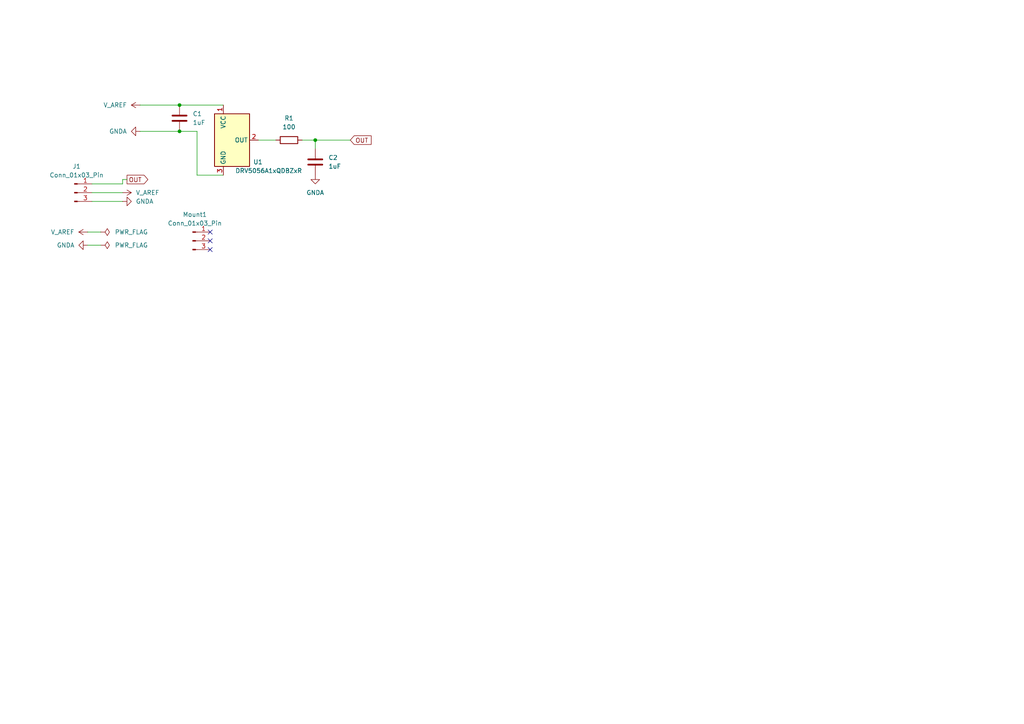
<source format=kicad_sch>
(kicad_sch
	(version 20231120)
	(generator "eeschema")
	(generator_version "8.0")
	(uuid "bc912bb6-7985-407f-bcee-658a2bff2f4b")
	(paper "A4")
	(lib_symbols
		(symbol "Connector:Conn_01x03_Pin"
			(pin_names
				(offset 1.016) hide)
			(exclude_from_sim no)
			(in_bom yes)
			(on_board yes)
			(property "Reference" "J"
				(at 0 5.08 0)
				(effects
					(font
						(size 1.27 1.27)
					)
				)
			)
			(property "Value" "Conn_01x03_Pin"
				(at 0 -5.08 0)
				(effects
					(font
						(size 1.27 1.27)
					)
				)
			)
			(property "Footprint" ""
				(at 0 0 0)
				(effects
					(font
						(size 1.27 1.27)
					)
					(hide yes)
				)
			)
			(property "Datasheet" "~"
				(at 0 0 0)
				(effects
					(font
						(size 1.27 1.27)
					)
					(hide yes)
				)
			)
			(property "Description" "Generic connector, single row, 01x03, script generated"
				(at 0 0 0)
				(effects
					(font
						(size 1.27 1.27)
					)
					(hide yes)
				)
			)
			(property "ki_locked" ""
				(at 0 0 0)
				(effects
					(font
						(size 1.27 1.27)
					)
				)
			)
			(property "ki_keywords" "connector"
				(at 0 0 0)
				(effects
					(font
						(size 1.27 1.27)
					)
					(hide yes)
				)
			)
			(property "ki_fp_filters" "Connector*:*_1x??_*"
				(at 0 0 0)
				(effects
					(font
						(size 1.27 1.27)
					)
					(hide yes)
				)
			)
			(symbol "Conn_01x03_Pin_1_1"
				(polyline
					(pts
						(xy 1.27 -2.54) (xy 0.8636 -2.54)
					)
					(stroke
						(width 0.1524)
						(type default)
					)
					(fill
						(type none)
					)
				)
				(polyline
					(pts
						(xy 1.27 0) (xy 0.8636 0)
					)
					(stroke
						(width 0.1524)
						(type default)
					)
					(fill
						(type none)
					)
				)
				(polyline
					(pts
						(xy 1.27 2.54) (xy 0.8636 2.54)
					)
					(stroke
						(width 0.1524)
						(type default)
					)
					(fill
						(type none)
					)
				)
				(rectangle
					(start 0.8636 -2.413)
					(end 0 -2.667)
					(stroke
						(width 0.1524)
						(type default)
					)
					(fill
						(type outline)
					)
				)
				(rectangle
					(start 0.8636 0.127)
					(end 0 -0.127)
					(stroke
						(width 0.1524)
						(type default)
					)
					(fill
						(type outline)
					)
				)
				(rectangle
					(start 0.8636 2.667)
					(end 0 2.413)
					(stroke
						(width 0.1524)
						(type default)
					)
					(fill
						(type outline)
					)
				)
				(pin passive line
					(at 5.08 2.54 180)
					(length 3.81)
					(name "Pin_1"
						(effects
							(font
								(size 1.27 1.27)
							)
						)
					)
					(number "1"
						(effects
							(font
								(size 1.27 1.27)
							)
						)
					)
				)
				(pin passive line
					(at 5.08 0 180)
					(length 3.81)
					(name "Pin_2"
						(effects
							(font
								(size 1.27 1.27)
							)
						)
					)
					(number "2"
						(effects
							(font
								(size 1.27 1.27)
							)
						)
					)
				)
				(pin passive line
					(at 5.08 -2.54 180)
					(length 3.81)
					(name "Pin_3"
						(effects
							(font
								(size 1.27 1.27)
							)
						)
					)
					(number "3"
						(effects
							(font
								(size 1.27 1.27)
							)
						)
					)
				)
			)
		)
		(symbol "Device:C"
			(pin_numbers hide)
			(pin_names
				(offset 0.254)
			)
			(exclude_from_sim no)
			(in_bom yes)
			(on_board yes)
			(property "Reference" "C"
				(at 0.635 2.54 0)
				(effects
					(font
						(size 1.27 1.27)
					)
					(justify left)
				)
			)
			(property "Value" "C"
				(at 0.635 -2.54 0)
				(effects
					(font
						(size 1.27 1.27)
					)
					(justify left)
				)
			)
			(property "Footprint" ""
				(at 0.9652 -3.81 0)
				(effects
					(font
						(size 1.27 1.27)
					)
					(hide yes)
				)
			)
			(property "Datasheet" "~"
				(at 0 0 0)
				(effects
					(font
						(size 1.27 1.27)
					)
					(hide yes)
				)
			)
			(property "Description" "Unpolarized capacitor"
				(at 0 0 0)
				(effects
					(font
						(size 1.27 1.27)
					)
					(hide yes)
				)
			)
			(property "ki_keywords" "cap capacitor"
				(at 0 0 0)
				(effects
					(font
						(size 1.27 1.27)
					)
					(hide yes)
				)
			)
			(property "ki_fp_filters" "C_*"
				(at 0 0 0)
				(effects
					(font
						(size 1.27 1.27)
					)
					(hide yes)
				)
			)
			(symbol "C_0_1"
				(polyline
					(pts
						(xy -2.032 -0.762) (xy 2.032 -0.762)
					)
					(stroke
						(width 0.508)
						(type default)
					)
					(fill
						(type none)
					)
				)
				(polyline
					(pts
						(xy -2.032 0.762) (xy 2.032 0.762)
					)
					(stroke
						(width 0.508)
						(type default)
					)
					(fill
						(type none)
					)
				)
			)
			(symbol "C_1_1"
				(pin passive line
					(at 0 3.81 270)
					(length 2.794)
					(name "~"
						(effects
							(font
								(size 1.27 1.27)
							)
						)
					)
					(number "1"
						(effects
							(font
								(size 1.27 1.27)
							)
						)
					)
				)
				(pin passive line
					(at 0 -3.81 90)
					(length 2.794)
					(name "~"
						(effects
							(font
								(size 1.27 1.27)
							)
						)
					)
					(number "2"
						(effects
							(font
								(size 1.27 1.27)
							)
						)
					)
				)
			)
		)
		(symbol "Device:R"
			(pin_numbers hide)
			(pin_names
				(offset 0)
			)
			(exclude_from_sim no)
			(in_bom yes)
			(on_board yes)
			(property "Reference" "R"
				(at 2.032 0 90)
				(effects
					(font
						(size 1.27 1.27)
					)
				)
			)
			(property "Value" "R"
				(at 0 0 90)
				(effects
					(font
						(size 1.27 1.27)
					)
				)
			)
			(property "Footprint" ""
				(at -1.778 0 90)
				(effects
					(font
						(size 1.27 1.27)
					)
					(hide yes)
				)
			)
			(property "Datasheet" "~"
				(at 0 0 0)
				(effects
					(font
						(size 1.27 1.27)
					)
					(hide yes)
				)
			)
			(property "Description" "Resistor"
				(at 0 0 0)
				(effects
					(font
						(size 1.27 1.27)
					)
					(hide yes)
				)
			)
			(property "ki_keywords" "R res resistor"
				(at 0 0 0)
				(effects
					(font
						(size 1.27 1.27)
					)
					(hide yes)
				)
			)
			(property "ki_fp_filters" "R_*"
				(at 0 0 0)
				(effects
					(font
						(size 1.27 1.27)
					)
					(hide yes)
				)
			)
			(symbol "R_0_1"
				(rectangle
					(start -1.016 -2.54)
					(end 1.016 2.54)
					(stroke
						(width 0.254)
						(type default)
					)
					(fill
						(type none)
					)
				)
			)
			(symbol "R_1_1"
				(pin passive line
					(at 0 3.81 270)
					(length 1.27)
					(name "~"
						(effects
							(font
								(size 1.27 1.27)
							)
						)
					)
					(number "1"
						(effects
							(font
								(size 1.27 1.27)
							)
						)
					)
				)
				(pin passive line
					(at 0 -3.81 90)
					(length 1.27)
					(name "~"
						(effects
							(font
								(size 1.27 1.27)
							)
						)
					)
					(number "2"
						(effects
							(font
								(size 1.27 1.27)
							)
						)
					)
				)
			)
		)
		(symbol "power:GNDA"
			(power)
			(pin_numbers hide)
			(pin_names
				(offset 0) hide)
			(exclude_from_sim no)
			(in_bom yes)
			(on_board yes)
			(property "Reference" "#PWR"
				(at 0 -6.35 0)
				(effects
					(font
						(size 1.27 1.27)
					)
					(hide yes)
				)
			)
			(property "Value" "GNDA"
				(at 0 -3.81 0)
				(effects
					(font
						(size 1.27 1.27)
					)
				)
			)
			(property "Footprint" ""
				(at 0 0 0)
				(effects
					(font
						(size 1.27 1.27)
					)
					(hide yes)
				)
			)
			(property "Datasheet" ""
				(at 0 0 0)
				(effects
					(font
						(size 1.27 1.27)
					)
					(hide yes)
				)
			)
			(property "Description" "Power symbol creates a global label with name \"GNDA\" , analog ground"
				(at 0 0 0)
				(effects
					(font
						(size 1.27 1.27)
					)
					(hide yes)
				)
			)
			(property "ki_keywords" "global power"
				(at 0 0 0)
				(effects
					(font
						(size 1.27 1.27)
					)
					(hide yes)
				)
			)
			(symbol "GNDA_0_1"
				(polyline
					(pts
						(xy 0 0) (xy 0 -1.27) (xy 1.27 -1.27) (xy 0 -2.54) (xy -1.27 -1.27) (xy 0 -1.27)
					)
					(stroke
						(width 0)
						(type default)
					)
					(fill
						(type none)
					)
				)
			)
			(symbol "GNDA_1_1"
				(pin power_in line
					(at 0 0 270)
					(length 0)
					(name "~"
						(effects
							(font
								(size 1.27 1.27)
							)
						)
					)
					(number "1"
						(effects
							(font
								(size 1.27 1.27)
							)
						)
					)
				)
			)
		)
		(symbol "power:PWR_FLAG"
			(power)
			(pin_numbers hide)
			(pin_names
				(offset 0) hide)
			(exclude_from_sim no)
			(in_bom yes)
			(on_board yes)
			(property "Reference" "#FLG"
				(at 0 1.905 0)
				(effects
					(font
						(size 1.27 1.27)
					)
					(hide yes)
				)
			)
			(property "Value" "PWR_FLAG"
				(at 0 3.81 0)
				(effects
					(font
						(size 1.27 1.27)
					)
				)
			)
			(property "Footprint" ""
				(at 0 0 0)
				(effects
					(font
						(size 1.27 1.27)
					)
					(hide yes)
				)
			)
			(property "Datasheet" "~"
				(at 0 0 0)
				(effects
					(font
						(size 1.27 1.27)
					)
					(hide yes)
				)
			)
			(property "Description" "Special symbol for telling ERC where power comes from"
				(at 0 0 0)
				(effects
					(font
						(size 1.27 1.27)
					)
					(hide yes)
				)
			)
			(property "ki_keywords" "flag power"
				(at 0 0 0)
				(effects
					(font
						(size 1.27 1.27)
					)
					(hide yes)
				)
			)
			(symbol "PWR_FLAG_0_0"
				(pin power_out line
					(at 0 0 90)
					(length 0)
					(name "~"
						(effects
							(font
								(size 1.27 1.27)
							)
						)
					)
					(number "1"
						(effects
							(font
								(size 1.27 1.27)
							)
						)
					)
				)
			)
			(symbol "PWR_FLAG_0_1"
				(polyline
					(pts
						(xy 0 0) (xy 0 1.27) (xy -1.016 1.905) (xy 0 2.54) (xy 1.016 1.905) (xy 0 1.27)
					)
					(stroke
						(width 0)
						(type default)
					)
					(fill
						(type none)
					)
				)
			)
		)
		(symbol "power:VDD"
			(power)
			(pin_numbers hide)
			(pin_names
				(offset 0) hide)
			(exclude_from_sim no)
			(in_bom yes)
			(on_board yes)
			(property "Reference" "#PWR"
				(at 0 -3.81 0)
				(effects
					(font
						(size 1.27 1.27)
					)
					(hide yes)
				)
			)
			(property "Value" "VDD"
				(at 0 3.556 0)
				(effects
					(font
						(size 1.27 1.27)
					)
				)
			)
			(property "Footprint" ""
				(at 0 0 0)
				(effects
					(font
						(size 1.27 1.27)
					)
					(hide yes)
				)
			)
			(property "Datasheet" ""
				(at 0 0 0)
				(effects
					(font
						(size 1.27 1.27)
					)
					(hide yes)
				)
			)
			(property "Description" "Power symbol creates a global label with name \"VDD\""
				(at 0 0 0)
				(effects
					(font
						(size 1.27 1.27)
					)
					(hide yes)
				)
			)
			(property "ki_keywords" "global power"
				(at 0 0 0)
				(effects
					(font
						(size 1.27 1.27)
					)
					(hide yes)
				)
			)
			(symbol "VDD_0_1"
				(polyline
					(pts
						(xy -0.762 1.27) (xy 0 2.54)
					)
					(stroke
						(width 0)
						(type default)
					)
					(fill
						(type none)
					)
				)
				(polyline
					(pts
						(xy 0 0) (xy 0 2.54)
					)
					(stroke
						(width 0)
						(type default)
					)
					(fill
						(type none)
					)
				)
				(polyline
					(pts
						(xy 0 2.54) (xy 0.762 1.27)
					)
					(stroke
						(width 0)
						(type default)
					)
					(fill
						(type none)
					)
				)
			)
			(symbol "VDD_1_1"
				(pin power_in line
					(at 0 0 90)
					(length 0)
					(name "~"
						(effects
							(font
								(size 1.27 1.27)
							)
						)
					)
					(number "1"
						(effects
							(font
								(size 1.27 1.27)
							)
						)
					)
				)
			)
		)
		(symbol "udong_library:DRV5056A1xQDBZxR"
			(exclude_from_sim no)
			(in_bom yes)
			(on_board yes)
			(property "Reference" "U"
				(at 0.508 9.906 0)
				(effects
					(font
						(size 1.27 1.27)
					)
				)
			)
			(property "Value" "DRV5056A1xQDBZxR"
				(at 7.874 -9.144 0)
				(effects
					(font
						(size 1.27 1.27)
					)
				)
			)
			(property "Footprint" "Package_TO_SOT_SMD:SOT-23"
				(at -10.16 -17.78 0)
				(effects
					(font
						(size 1.27 1.27)
					)
					(hide yes)
				)
			)
			(property "Datasheet" "https://www.ti.com/lit/ds/symlink/drv5056.pdf"
				(at -1.27 -20.32 0)
				(effects
					(font
						(size 1.27 1.27)
					)
					(hide yes)
				)
			)
			(property "Description" "Unipolar 200 mV/mT,+20-mT, 20-kHz, 3.3/5V, SOT-23"
				(at 3.81 -22.86 0)
				(effects
					(font
						(size 1.27 1.27)
					)
					(hide yes)
				)
			)
			(property "ki_keywords" "Unipolar Ratiometric Linear Hall Effect Sensor"
				(at 0 0 0)
				(effects
					(font
						(size 1.27 1.27)
					)
					(hide yes)
				)
			)
			(property "ki_fp_filters" "SOT?23*"
				(at 0 0 0)
				(effects
					(font
						(size 1.27 1.27)
					)
					(hide yes)
				)
			)
			(symbol "DRV5056A1xQDBZxR_1_1"
				(rectangle
					(start -5.08 7.62)
					(end 5.08 -7.62)
					(stroke
						(width 0.254)
						(type default)
					)
					(fill
						(type background)
					)
				)
				(pin power_in line
					(at -2.54 10.16 270)
					(length 2.54)
					(name "VCC"
						(effects
							(font
								(size 1.27 1.27)
							)
						)
					)
					(number "1"
						(effects
							(font
								(size 1.27 1.27)
							)
						)
					)
				)
				(pin output line
					(at 7.62 0 180)
					(length 2.54)
					(name "OUT"
						(effects
							(font
								(size 1.27 1.27)
							)
						)
					)
					(number "2"
						(effects
							(font
								(size 1.27 1.27)
							)
						)
					)
				)
				(pin power_in line
					(at -2.54 -10.16 90)
					(length 2.54)
					(name "GND"
						(effects
							(font
								(size 1.27 1.27)
							)
						)
					)
					(number "3"
						(effects
							(font
								(size 1.27 1.27)
							)
						)
					)
				)
			)
		)
	)
	(junction
		(at 52.07 38.1)
		(diameter 0)
		(color 0 0 0 0)
		(uuid "343cd122-adcd-4843-bce7-1784a7c5ae73")
	)
	(junction
		(at 91.44 40.64)
		(diameter 0)
		(color 0 0 0 0)
		(uuid "d9f796d3-3320-49e9-a010-33845cd3b89c")
	)
	(junction
		(at 52.07 30.48)
		(diameter 0)
		(color 0 0 0 0)
		(uuid "f70be477-8e2d-49d9-945b-4527dde60d84")
	)
	(no_connect
		(at 60.96 67.31)
		(uuid "23dd81e6-a307-4ad3-9247-58eb73626b4d")
	)
	(no_connect
		(at 60.96 72.39)
		(uuid "36543cac-2270-45d7-9f96-4b42eeae0c26")
	)
	(no_connect
		(at 60.96 69.85)
		(uuid "aadcf805-c486-426f-a3d1-b1510c60086c")
	)
	(wire
		(pts
			(xy 26.67 55.88) (xy 35.56 55.88)
		)
		(stroke
			(width 0)
			(type default)
		)
		(uuid "0f8e97cf-4b10-4eef-bfd1-2440196aa351")
	)
	(wire
		(pts
			(xy 29.21 67.31) (xy 25.4 67.31)
		)
		(stroke
			(width 0)
			(type default)
		)
		(uuid "14cbeaff-d75b-40ff-9bf8-9bf6aeb564b3")
	)
	(wire
		(pts
			(xy 29.21 71.12) (xy 25.4 71.12)
		)
		(stroke
			(width 0)
			(type default)
		)
		(uuid "2c8c7f30-1da0-420b-95d5-b62290a0a5f2")
	)
	(wire
		(pts
			(xy 91.44 40.64) (xy 101.6 40.64)
		)
		(stroke
			(width 0)
			(type default)
		)
		(uuid "36bfd8d5-81cc-4fac-9cb5-58e0bc5eb1dc")
	)
	(wire
		(pts
			(xy 64.77 30.48) (xy 52.07 30.48)
		)
		(stroke
			(width 0)
			(type default)
		)
		(uuid "3b727867-2ffa-467a-b40e-bbe7e457c881")
	)
	(wire
		(pts
			(xy 35.56 53.34) (xy 26.67 53.34)
		)
		(stroke
			(width 0)
			(type default)
		)
		(uuid "5cde3ccc-c046-4a17-9ef7-d5806b0f27a5")
	)
	(wire
		(pts
			(xy 74.93 40.64) (xy 80.01 40.64)
		)
		(stroke
			(width 0)
			(type default)
		)
		(uuid "64fd3b43-99b6-4e9a-a319-97219902f9c7")
	)
	(wire
		(pts
			(xy 91.44 40.64) (xy 91.44 43.18)
		)
		(stroke
			(width 0)
			(type default)
		)
		(uuid "69589cad-c7e5-4004-abc1-b370ed43ca56")
	)
	(wire
		(pts
			(xy 57.15 38.1) (xy 57.15 50.8)
		)
		(stroke
			(width 0)
			(type default)
		)
		(uuid "99ab156a-4663-448c-8bc6-a643edcb1258")
	)
	(wire
		(pts
			(xy 57.15 50.8) (xy 64.77 50.8)
		)
		(stroke
			(width 0)
			(type default)
		)
		(uuid "9a2b7418-80e5-4cac-ab42-e2e49a0a7c6b")
	)
	(wire
		(pts
			(xy 35.56 52.07) (xy 35.56 53.34)
		)
		(stroke
			(width 0)
			(type default)
		)
		(uuid "a575d491-5935-4c99-be73-baec6b603291")
	)
	(wire
		(pts
			(xy 26.67 58.42) (xy 35.56 58.42)
		)
		(stroke
			(width 0)
			(type default)
		)
		(uuid "b72faad2-e40d-4523-a6dc-5203bcea8717")
	)
	(wire
		(pts
			(xy 52.07 30.48) (xy 40.64 30.48)
		)
		(stroke
			(width 0)
			(type default)
		)
		(uuid "bfecc9a1-b021-46db-91cc-fa7625ce6f24")
	)
	(wire
		(pts
			(xy 87.63 40.64) (xy 91.44 40.64)
		)
		(stroke
			(width 0)
			(type default)
		)
		(uuid "e07d0aa6-6b9e-4d77-b358-3079498131ff")
	)
	(wire
		(pts
			(xy 52.07 38.1) (xy 57.15 38.1)
		)
		(stroke
			(width 0)
			(type default)
		)
		(uuid "eae0106e-dcee-46ec-a5ad-17467d0dd34b")
	)
	(wire
		(pts
			(xy 36.83 52.07) (xy 35.56 52.07)
		)
		(stroke
			(width 0)
			(type default)
		)
		(uuid "ee2241a0-680e-4a0e-9339-9089eec94568")
	)
	(wire
		(pts
			(xy 40.64 38.1) (xy 52.07 38.1)
		)
		(stroke
			(width 0)
			(type default)
		)
		(uuid "f55bb625-9c0f-4605-a8b9-7815e76479f1")
	)
	(global_label "OUT"
		(shape input)
		(at 101.6 40.64 0)
		(fields_autoplaced yes)
		(effects
			(font
				(size 1.27 1.27)
			)
			(justify left)
		)
		(uuid "28e4c008-d1ab-4138-82bf-96549f36362b")
		(property "Intersheetrefs" "${INTERSHEET_REFS}"
			(at 108.2138 40.64 0)
			(effects
				(font
					(size 1.27 1.27)
				)
				(justify left)
				(hide yes)
			)
		)
	)
	(global_label "OUT"
		(shape output)
		(at 36.83 52.07 0)
		(fields_autoplaced yes)
		(effects
			(font
				(size 1.27 1.27)
			)
			(justify left)
		)
		(uuid "a0cffa00-ac65-4db9-bd3b-c4ca84500a84")
		(property "Intersheetrefs" "${INTERSHEET_REFS}"
			(at 43.4438 52.07 0)
			(effects
				(font
					(size 1.27 1.27)
				)
				(justify left)
				(hide yes)
			)
		)
	)
	(symbol
		(lib_id "Device:R")
		(at 83.82 40.64 90)
		(unit 1)
		(exclude_from_sim no)
		(in_bom yes)
		(on_board yes)
		(dnp no)
		(fields_autoplaced yes)
		(uuid "016b0ff7-3011-4f3c-829f-862e2baf4e88")
		(property "Reference" "R1"
			(at 83.82 34.29 90)
			(effects
				(font
					(size 1.27 1.27)
				)
			)
		)
		(property "Value" "100"
			(at 83.82 36.83 90)
			(effects
				(font
					(size 1.27 1.27)
				)
			)
		)
		(property "Footprint" "Resistor_SMD:R_0603_1608Metric"
			(at 83.82 42.418 90)
			(effects
				(font
					(size 1.27 1.27)
				)
				(hide yes)
			)
		)
		(property "Datasheet" "~"
			(at 83.82 40.64 0)
			(effects
				(font
					(size 1.27 1.27)
				)
				(hide yes)
			)
		)
		(property "Description" "Resistor"
			(at 83.82 40.64 0)
			(effects
				(font
					(size 1.27 1.27)
				)
				(hide yes)
			)
		)
		(pin "1"
			(uuid "46059e75-8049-4883-b344-b85e35dec294")
		)
		(pin "2"
			(uuid "8ea69665-d2b9-48ff-8bf8-9f1cf5409789")
		)
		(instances
			(project ""
				(path "/bc912bb6-7985-407f-bcee-658a2bff2f4b"
					(reference "R1")
					(unit 1)
				)
			)
		)
	)
	(symbol
		(lib_id "power:GNDA")
		(at 91.44 50.8 0)
		(unit 1)
		(exclude_from_sim no)
		(in_bom yes)
		(on_board yes)
		(dnp no)
		(fields_autoplaced yes)
		(uuid "083b6fe2-6b95-4722-aa48-a8eb553ea79d")
		(property "Reference" "#PWR07"
			(at 91.44 57.15 0)
			(effects
				(font
					(size 1.27 1.27)
				)
				(hide yes)
			)
		)
		(property "Value" "GNDA"
			(at 91.44 55.88 0)
			(effects
				(font
					(size 1.27 1.27)
				)
			)
		)
		(property "Footprint" ""
			(at 91.44 50.8 0)
			(effects
				(font
					(size 1.27 1.27)
				)
				(hide yes)
			)
		)
		(property "Datasheet" ""
			(at 91.44 50.8 0)
			(effects
				(font
					(size 1.27 1.27)
				)
				(hide yes)
			)
		)
		(property "Description" "Power symbol creates a global label with name \"GNDA\" , analog ground"
			(at 91.44 50.8 0)
			(effects
				(font
					(size 1.27 1.27)
				)
				(hide yes)
			)
		)
		(pin "1"
			(uuid "1e1dc95c-ff83-40c2-ac41-59bd1c6f2587")
		)
		(instances
			(project "analog_switch_tester"
				(path "/bc912bb6-7985-407f-bcee-658a2bff2f4b"
					(reference "#PWR07")
					(unit 1)
				)
			)
		)
	)
	(symbol
		(lib_id "udong_library:DRV5056A1xQDBZxR")
		(at 67.31 40.64 0)
		(unit 1)
		(exclude_from_sim no)
		(in_bom yes)
		(on_board yes)
		(dnp no)
		(uuid "27cdad48-be75-446a-a7af-559dd05c4cd6")
		(property "Reference" "U1"
			(at 76.2 46.99 0)
			(effects
				(font
					(size 1.27 1.27)
				)
				(justify right)
			)
		)
		(property "Value" "DRV5056A1xQDBZxR"
			(at 87.63 49.53 0)
			(effects
				(font
					(size 1.27 1.27)
				)
				(justify right)
			)
		)
		(property "Footprint" "Udong:SW_Cherry_MX_PCB_1.00u_hall_effect"
			(at 57.15 58.42 0)
			(effects
				(font
					(size 1.27 1.27)
				)
				(hide yes)
			)
		)
		(property "Datasheet" "https://www.ti.com/lit/ds/symlink/drv5056.pdf"
			(at 66.04 60.96 0)
			(effects
				(font
					(size 1.27 1.27)
				)
				(hide yes)
			)
		)
		(property "Description" "Unipolar 200 mV/mT,+20-mT, 20-kHz, 3.3/5V, SOT-23"
			(at 71.12 63.5 0)
			(effects
				(font
					(size 1.27 1.27)
				)
				(hide yes)
			)
		)
		(pin "2"
			(uuid "089a71f5-9be4-40dd-a266-2c088bba0a4e")
		)
		(pin "1"
			(uuid "bf7d23c6-17d9-4dc7-8e5c-ee4b6e451409")
		)
		(pin "3"
			(uuid "750bda0f-3e3e-4c4f-aedc-7dd966d4a8ac")
		)
		(instances
			(project "analog_switch_tester"
				(path "/bc912bb6-7985-407f-bcee-658a2bff2f4b"
					(reference "U1")
					(unit 1)
				)
			)
		)
	)
	(symbol
		(lib_id "power:GNDA")
		(at 40.64 38.1 270)
		(unit 1)
		(exclude_from_sim no)
		(in_bom yes)
		(on_board yes)
		(dnp no)
		(fields_autoplaced yes)
		(uuid "46011afd-eac3-419d-93b3-b076c60dbe0a")
		(property "Reference" "#PWR06"
			(at 34.29 38.1 0)
			(effects
				(font
					(size 1.27 1.27)
				)
				(hide yes)
			)
		)
		(property "Value" "GNDA"
			(at 36.83 38.1001 90)
			(effects
				(font
					(size 1.27 1.27)
				)
				(justify right)
			)
		)
		(property "Footprint" ""
			(at 40.64 38.1 0)
			(effects
				(font
					(size 1.27 1.27)
				)
				(hide yes)
			)
		)
		(property "Datasheet" ""
			(at 40.64 38.1 0)
			(effects
				(font
					(size 1.27 1.27)
				)
				(hide yes)
			)
		)
		(property "Description" "Power symbol creates a global label with name \"GNDA\" , analog ground"
			(at 40.64 38.1 0)
			(effects
				(font
					(size 1.27 1.27)
				)
				(hide yes)
			)
		)
		(pin "1"
			(uuid "b6719210-c465-49bf-a610-8c2d6c756c61")
		)
		(instances
			(project "analog_switch_tester"
				(path "/bc912bb6-7985-407f-bcee-658a2bff2f4b"
					(reference "#PWR06")
					(unit 1)
				)
			)
		)
	)
	(symbol
		(lib_id "power:VDD")
		(at 25.4 67.31 90)
		(unit 1)
		(exclude_from_sim no)
		(in_bom yes)
		(on_board yes)
		(dnp no)
		(uuid "492af6ea-0cf5-4040-805b-8cb64a812d47")
		(property "Reference" "#PWR01"
			(at 29.21 67.31 0)
			(effects
				(font
					(size 1.27 1.27)
				)
				(hide yes)
			)
		)
		(property "Value" "V_AREF"
			(at 21.59 67.3101 90)
			(effects
				(font
					(size 1.27 1.27)
				)
				(justify left)
			)
		)
		(property "Footprint" ""
			(at 25.4 67.31 0)
			(effects
				(font
					(size 1.27 1.27)
				)
				(hide yes)
			)
		)
		(property "Datasheet" ""
			(at 25.4 67.31 0)
			(effects
				(font
					(size 1.27 1.27)
				)
				(hide yes)
			)
		)
		(property "Description" "Power symbol creates a global label with name \"VDD\""
			(at 25.4 67.31 0)
			(effects
				(font
					(size 1.27 1.27)
				)
				(hide yes)
			)
		)
		(pin "1"
			(uuid "914344f4-3c20-4671-bad9-2cee2b00eadb")
		)
		(instances
			(project "analog_switch_tester"
				(path "/bc912bb6-7985-407f-bcee-658a2bff2f4b"
					(reference "#PWR01")
					(unit 1)
				)
			)
		)
	)
	(symbol
		(lib_id "power:VDD")
		(at 40.64 30.48 90)
		(unit 1)
		(exclude_from_sim no)
		(in_bom yes)
		(on_board yes)
		(dnp no)
		(uuid "4bc905c3-e5a8-47ba-a2e6-b14d27663b23")
		(property "Reference" "#PWR05"
			(at 44.45 30.48 0)
			(effects
				(font
					(size 1.27 1.27)
				)
				(hide yes)
			)
		)
		(property "Value" "V_AREF"
			(at 36.83 30.4801 90)
			(effects
				(font
					(size 1.27 1.27)
				)
				(justify left)
			)
		)
		(property "Footprint" ""
			(at 40.64 30.48 0)
			(effects
				(font
					(size 1.27 1.27)
				)
				(hide yes)
			)
		)
		(property "Datasheet" ""
			(at 40.64 30.48 0)
			(effects
				(font
					(size 1.27 1.27)
				)
				(hide yes)
			)
		)
		(property "Description" "Power symbol creates a global label with name \"VDD\""
			(at 40.64 30.48 0)
			(effects
				(font
					(size 1.27 1.27)
				)
				(hide yes)
			)
		)
		(pin "1"
			(uuid "da747939-d479-4973-866f-4120947620a7")
		)
		(instances
			(project "analog_switch_tester"
				(path "/bc912bb6-7985-407f-bcee-658a2bff2f4b"
					(reference "#PWR05")
					(unit 1)
				)
			)
		)
	)
	(symbol
		(lib_id "Device:C")
		(at 91.44 46.99 180)
		(unit 1)
		(exclude_from_sim no)
		(in_bom yes)
		(on_board yes)
		(dnp no)
		(fields_autoplaced yes)
		(uuid "54bc1d29-c140-4897-b87a-a885d6b31397")
		(property "Reference" "C2"
			(at 95.25 45.7199 0)
			(effects
				(font
					(size 1.27 1.27)
				)
				(justify right)
			)
		)
		(property "Value" "1uF"
			(at 95.25 48.2599 0)
			(effects
				(font
					(size 1.27 1.27)
				)
				(justify right)
			)
		)
		(property "Footprint" "Capacitor_SMD:C_0603_1608Metric"
			(at 90.4748 43.18 0)
			(effects
				(font
					(size 1.27 1.27)
				)
				(hide yes)
			)
		)
		(property "Datasheet" "~"
			(at 91.44 46.99 0)
			(effects
				(font
					(size 1.27 1.27)
				)
				(hide yes)
			)
		)
		(property "Description" "Unpolarized capacitor"
			(at 91.44 46.99 0)
			(effects
				(font
					(size 1.27 1.27)
				)
				(hide yes)
			)
		)
		(pin "2"
			(uuid "87d3542d-0c7e-400f-805e-1af47a76098c")
		)
		(pin "1"
			(uuid "0bf80183-bfb3-4920-9909-9fd98e6926e3")
		)
		(instances
			(project ""
				(path "/bc912bb6-7985-407f-bcee-658a2bff2f4b"
					(reference "C2")
					(unit 1)
				)
			)
		)
	)
	(symbol
		(lib_id "Connector:Conn_01x03_Pin")
		(at 55.88 69.85 0)
		(unit 1)
		(exclude_from_sim no)
		(in_bom yes)
		(on_board yes)
		(dnp no)
		(fields_autoplaced yes)
		(uuid "5e742517-427a-43a4-ac78-8d376ddd38c3")
		(property "Reference" "Mount1"
			(at 56.515 62.23 0)
			(effects
				(font
					(size 1.27 1.27)
				)
			)
		)
		(property "Value" "Conn_01x03_Pin"
			(at 56.515 64.77 0)
			(effects
				(font
					(size 1.27 1.27)
				)
			)
		)
		(property "Footprint" "Connector_PinHeader_2.54mm:PinHeader_1x03_P2.54mm_Vertical"
			(at 55.88 69.85 0)
			(effects
				(font
					(size 1.27 1.27)
				)
				(hide yes)
			)
		)
		(property "Datasheet" "~"
			(at 55.88 69.85 0)
			(effects
				(font
					(size 1.27 1.27)
				)
				(hide yes)
			)
		)
		(property "Description" "Generic connector, single row, 01x03, script generated"
			(at 55.88 69.85 0)
			(effects
				(font
					(size 1.27 1.27)
				)
				(hide yes)
			)
		)
		(pin "1"
			(uuid "6e3bcbfe-a961-4df7-b88f-0c8348d17b27")
		)
		(pin "3"
			(uuid "a5202b4f-338c-4e8a-a1ca-45fe943f800b")
		)
		(pin "2"
			(uuid "6ce8e5ff-0bae-41de-982b-a9d690eff92e")
		)
		(instances
			(project "analog_switch_tester"
				(path "/bc912bb6-7985-407f-bcee-658a2bff2f4b"
					(reference "Mount1")
					(unit 1)
				)
			)
		)
	)
	(symbol
		(lib_id "power:PWR_FLAG")
		(at 29.21 71.12 270)
		(unit 1)
		(exclude_from_sim no)
		(in_bom yes)
		(on_board yes)
		(dnp no)
		(uuid "6a1ffe2a-32e9-4531-874b-57a1a9abb0dd")
		(property "Reference" "#FLG02"
			(at 31.115 71.12 0)
			(effects
				(font
					(size 1.27 1.27)
				)
				(hide yes)
			)
		)
		(property "Value" "PWR_FLAG"
			(at 38.1 71.12 90)
			(effects
				(font
					(size 1.27 1.27)
				)
			)
		)
		(property "Footprint" ""
			(at 29.21 71.12 0)
			(effects
				(font
					(size 1.27 1.27)
				)
				(hide yes)
			)
		)
		(property "Datasheet" "~"
			(at 29.21 71.12 0)
			(effects
				(font
					(size 1.27 1.27)
				)
				(hide yes)
			)
		)
		(property "Description" "Special symbol for telling ERC where power comes from"
			(at 29.21 71.12 0)
			(effects
				(font
					(size 1.27 1.27)
				)
				(hide yes)
			)
		)
		(pin "1"
			(uuid "3e991bcf-067d-4cca-b6e6-9a987a677ca8")
		)
		(instances
			(project "analog_switch_tester"
				(path "/bc912bb6-7985-407f-bcee-658a2bff2f4b"
					(reference "#FLG02")
					(unit 1)
				)
			)
		)
	)
	(symbol
		(lib_id "power:GNDA")
		(at 25.4 71.12 270)
		(unit 1)
		(exclude_from_sim no)
		(in_bom yes)
		(on_board yes)
		(dnp no)
		(uuid "757f966b-ae3f-4678-a826-8d292cb125b4")
		(property "Reference" "#PWR02"
			(at 19.05 71.12 0)
			(effects
				(font
					(size 1.27 1.27)
				)
				(hide yes)
			)
		)
		(property "Value" "GNDA"
			(at 19.05 71.12 90)
			(effects
				(font
					(size 1.27 1.27)
				)
			)
		)
		(property "Footprint" ""
			(at 25.4 71.12 0)
			(effects
				(font
					(size 1.27 1.27)
				)
				(hide yes)
			)
		)
		(property "Datasheet" ""
			(at 25.4 71.12 0)
			(effects
				(font
					(size 1.27 1.27)
				)
				(hide yes)
			)
		)
		(property "Description" "Power symbol creates a global label with name \"GNDA\" , analog ground"
			(at 25.4 71.12 0)
			(effects
				(font
					(size 1.27 1.27)
				)
				(hide yes)
			)
		)
		(pin "1"
			(uuid "1cae0bce-77b0-46ac-ad42-cd4c70c79625")
		)
		(instances
			(project "analog_switch_tester"
				(path "/bc912bb6-7985-407f-bcee-658a2bff2f4b"
					(reference "#PWR02")
					(unit 1)
				)
			)
		)
	)
	(symbol
		(lib_id "power:PWR_FLAG")
		(at 29.21 67.31 270)
		(unit 1)
		(exclude_from_sim no)
		(in_bom yes)
		(on_board yes)
		(dnp no)
		(uuid "9696cfa3-d5cb-4fb2-8cfc-17dc9e9c5c22")
		(property "Reference" "#FLG01"
			(at 31.115 67.31 0)
			(effects
				(font
					(size 1.27 1.27)
				)
				(hide yes)
			)
		)
		(property "Value" "PWR_FLAG"
			(at 38.1 67.31 90)
			(effects
				(font
					(size 1.27 1.27)
				)
			)
		)
		(property "Footprint" ""
			(at 29.21 67.31 0)
			(effects
				(font
					(size 1.27 1.27)
				)
				(hide yes)
			)
		)
		(property "Datasheet" "~"
			(at 29.21 67.31 0)
			(effects
				(font
					(size 1.27 1.27)
				)
				(hide yes)
			)
		)
		(property "Description" "Special symbol for telling ERC where power comes from"
			(at 29.21 67.31 0)
			(effects
				(font
					(size 1.27 1.27)
				)
				(hide yes)
			)
		)
		(pin "1"
			(uuid "331bf000-2b0e-4ccf-8feb-de74b18a3624")
		)
		(instances
			(project "analog_switch_tester"
				(path "/bc912bb6-7985-407f-bcee-658a2bff2f4b"
					(reference "#FLG01")
					(unit 1)
				)
			)
		)
	)
	(symbol
		(lib_id "Device:C")
		(at 52.07 34.29 180)
		(unit 1)
		(exclude_from_sim no)
		(in_bom yes)
		(on_board yes)
		(dnp no)
		(fields_autoplaced yes)
		(uuid "adfbddb2-e61a-4004-bb32-d11d639d5d50")
		(property "Reference" "C1"
			(at 55.88 33.0199 0)
			(effects
				(font
					(size 1.27 1.27)
				)
				(justify right)
			)
		)
		(property "Value" "1uF"
			(at 55.88 35.5599 0)
			(effects
				(font
					(size 1.27 1.27)
				)
				(justify right)
			)
		)
		(property "Footprint" "Capacitor_SMD:C_0603_1608Metric"
			(at 51.1048 30.48 0)
			(effects
				(font
					(size 1.27 1.27)
				)
				(hide yes)
			)
		)
		(property "Datasheet" "~"
			(at 52.07 34.29 0)
			(effects
				(font
					(size 1.27 1.27)
				)
				(hide yes)
			)
		)
		(property "Description" "Unpolarized capacitor"
			(at 52.07 34.29 0)
			(effects
				(font
					(size 1.27 1.27)
				)
				(hide yes)
			)
		)
		(pin "1"
			(uuid "2c157218-79e1-4607-90e4-17bc4eee974a")
		)
		(pin "2"
			(uuid "694c1454-3257-47ce-8855-5355a3d32f33")
		)
		(instances
			(project "analog_switch_tester"
				(path "/bc912bb6-7985-407f-bcee-658a2bff2f4b"
					(reference "C1")
					(unit 1)
				)
			)
		)
	)
	(symbol
		(lib_id "Connector:Conn_01x03_Pin")
		(at 21.59 55.88 0)
		(unit 1)
		(exclude_from_sim no)
		(in_bom yes)
		(on_board yes)
		(dnp no)
		(fields_autoplaced yes)
		(uuid "b3295a27-dc4c-44d7-950e-963d02956db0")
		(property "Reference" "J1"
			(at 22.225 48.26 0)
			(effects
				(font
					(size 1.27 1.27)
				)
			)
		)
		(property "Value" "Conn_01x03_Pin"
			(at 22.225 50.8 0)
			(effects
				(font
					(size 1.27 1.27)
				)
			)
		)
		(property "Footprint" "Connector_PinHeader_2.54mm:PinHeader_1x03_P2.54mm_Vertical"
			(at 21.59 55.88 0)
			(effects
				(font
					(size 1.27 1.27)
				)
				(hide yes)
			)
		)
		(property "Datasheet" "~"
			(at 21.59 55.88 0)
			(effects
				(font
					(size 1.27 1.27)
				)
				(hide yes)
			)
		)
		(property "Description" "Generic connector, single row, 01x03, script generated"
			(at 21.59 55.88 0)
			(effects
				(font
					(size 1.27 1.27)
				)
				(hide yes)
			)
		)
		(pin "1"
			(uuid "94ad3415-b0c3-4d2b-895b-9fab4ad12441")
		)
		(pin "3"
			(uuid "d74cd33e-219a-4eb8-a083-c70b1daccf60")
		)
		(pin "2"
			(uuid "0cf724c3-261e-414a-bbbe-7b5ffb556740")
		)
		(instances
			(project ""
				(path "/bc912bb6-7985-407f-bcee-658a2bff2f4b"
					(reference "J1")
					(unit 1)
				)
			)
		)
	)
	(symbol
		(lib_id "power:GNDA")
		(at 35.56 58.42 90)
		(unit 1)
		(exclude_from_sim no)
		(in_bom yes)
		(on_board yes)
		(dnp no)
		(fields_autoplaced yes)
		(uuid "e315744c-7c7e-4a6d-9e2f-26b7fffe83eb")
		(property "Reference" "#PWR04"
			(at 41.91 58.42 0)
			(effects
				(font
					(size 1.27 1.27)
				)
				(hide yes)
			)
		)
		(property "Value" "GNDA"
			(at 39.37 58.4199 90)
			(effects
				(font
					(size 1.27 1.27)
				)
				(justify right)
			)
		)
		(property "Footprint" ""
			(at 35.56 58.42 0)
			(effects
				(font
					(size 1.27 1.27)
				)
				(hide yes)
			)
		)
		(property "Datasheet" ""
			(at 35.56 58.42 0)
			(effects
				(font
					(size 1.27 1.27)
				)
				(hide yes)
			)
		)
		(property "Description" "Power symbol creates a global label with name \"GNDA\" , analog ground"
			(at 35.56 58.42 0)
			(effects
				(font
					(size 1.27 1.27)
				)
				(hide yes)
			)
		)
		(pin "1"
			(uuid "703b58e7-712a-4bef-af6f-4d640dbbfd11")
		)
		(instances
			(project "analog_switch_tester"
				(path "/bc912bb6-7985-407f-bcee-658a2bff2f4b"
					(reference "#PWR04")
					(unit 1)
				)
			)
		)
	)
	(symbol
		(lib_id "power:VDD")
		(at 35.56 55.88 270)
		(unit 1)
		(exclude_from_sim no)
		(in_bom yes)
		(on_board yes)
		(dnp no)
		(uuid "f2f15c22-809b-4022-899e-59bb14612393")
		(property "Reference" "#PWR03"
			(at 31.75 55.88 0)
			(effects
				(font
					(size 1.27 1.27)
				)
				(hide yes)
			)
		)
		(property "Value" "V_AREF"
			(at 39.37 55.8799 90)
			(effects
				(font
					(size 1.27 1.27)
				)
				(justify left)
			)
		)
		(property "Footprint" ""
			(at 35.56 55.88 0)
			(effects
				(font
					(size 1.27 1.27)
				)
				(hide yes)
			)
		)
		(property "Datasheet" ""
			(at 35.56 55.88 0)
			(effects
				(font
					(size 1.27 1.27)
				)
				(hide yes)
			)
		)
		(property "Description" "Power symbol creates a global label with name \"VDD\""
			(at 35.56 55.88 0)
			(effects
				(font
					(size 1.27 1.27)
				)
				(hide yes)
			)
		)
		(pin "1"
			(uuid "5cb2ba6c-d7d3-423d-82ef-6bb0063e3c76")
		)
		(instances
			(project "analog_switch_tester"
				(path "/bc912bb6-7985-407f-bcee-658a2bff2f4b"
					(reference "#PWR03")
					(unit 1)
				)
			)
		)
	)
	(sheet_instances
		(path "/"
			(page "1")
		)
	)
)

</source>
